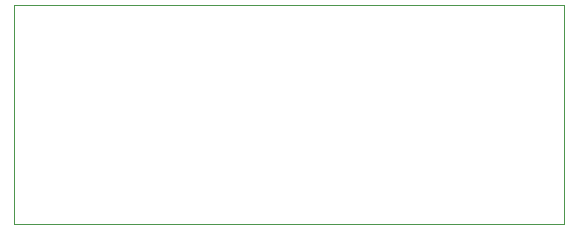
<source format=gm1>
%TF.GenerationSoftware,KiCad,Pcbnew,(6.0.5)*%
%TF.CreationDate,2024-06-23T18:03:47+02:00*%
%TF.ProjectId,pmod_level_shifter_8p,706d6f64-5f6c-4657-9665-6c5f73686966,rev?*%
%TF.SameCoordinates,Original*%
%TF.FileFunction,Profile,NP*%
%FSLAX46Y46*%
G04 Gerber Fmt 4.6, Leading zero omitted, Abs format (unit mm)*
G04 Created by KiCad (PCBNEW (6.0.5)) date 2024-06-23 18:03:47*
%MOMM*%
%LPD*%
G01*
G04 APERTURE LIST*
%TA.AperFunction,Profile*%
%ADD10C,0.100000*%
%TD*%
G04 APERTURE END LIST*
D10*
X130000000Y-86000000D02*
X176500000Y-86000000D01*
X176500000Y-86000000D02*
X176500000Y-104500000D01*
X176500000Y-104500000D02*
X130000000Y-104500000D01*
X130000000Y-104500000D02*
X130000000Y-86000000D01*
M02*

</source>
